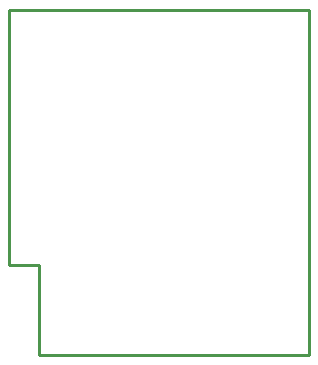
<source format=gbr>
G04 EAGLE Gerber RS-274X export*
G75*
%MOMM*%
%FSLAX34Y34*%
%LPD*%
%IN*%
%IPPOS*%
%AMOC8*
5,1,8,0,0,1.08239X$1,22.5*%
G01*
%ADD10C,0.254000*%


D10*
X139700Y723900D02*
X165100Y723900D01*
X165100Y647700D01*
X393700Y647700D01*
X393700Y939800D01*
X139700Y939800D01*
X139700Y723900D01*
M02*

</source>
